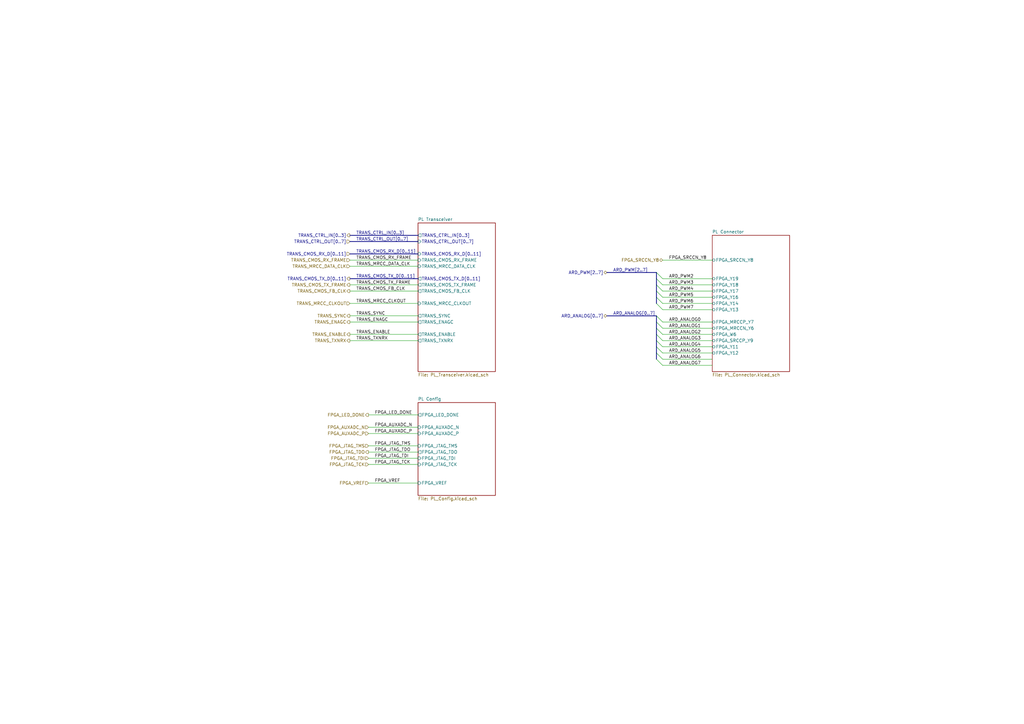
<source format=kicad_sch>
(kicad_sch (version 20220104) (generator eeschema)

  (uuid 5fcfbfc1-70bd-45ef-8b44-c3fdc068ab9c)

  (paper "A3")

  (lib_symbols
  )


  (bus_entry (at 269.24 124.46) (size 2.54 2.54)
    (stroke (width 0) (type default))
    (uuid 06c220a9-5940-4c46-8545-b7e7610991ae)
  )
  (bus_entry (at 269.24 142.24) (size 2.54 2.54)
    (stroke (width 0) (type default))
    (uuid 4400aec4-4447-4581-83ee-15b17c170fef)
  )
  (bus_entry (at 269.24 116.84) (size 2.54 2.54)
    (stroke (width 0) (type default))
    (uuid 597c1f2b-482c-41d3-a42b-c7370b962e19)
  )
  (bus_entry (at 269.24 144.78) (size 2.54 2.54)
    (stroke (width 0) (type default))
    (uuid 5a54b3a6-bffe-421c-b489-8567435ea32e)
  )
  (bus_entry (at 269.24 137.16) (size 2.54 2.54)
    (stroke (width 0) (type default))
    (uuid 7afed31a-2257-4c6d-b196-5755400ba34c)
  )
  (bus_entry (at 269.24 111.76) (size 2.54 2.54)
    (stroke (width 0) (type default))
    (uuid 7f14782e-4649-49c4-870d-0155fa10a4e4)
  )
  (bus_entry (at 269.24 132.08) (size 2.54 2.54)
    (stroke (width 0) (type default))
    (uuid 86e4c358-358f-4f6f-be6b-8dd50ef558f8)
  )
  (bus_entry (at 269.24 147.32) (size 2.54 2.54)
    (stroke (width 0) (type default))
    (uuid 8d0f84b6-ae34-4e19-bb5b-1ae4024ddf3e)
  )
  (bus_entry (at 269.24 114.3) (size 2.54 2.54)
    (stroke (width 0) (type default))
    (uuid 93ccdf28-8a30-48b2-be73-e211ce2afffb)
  )
  (bus_entry (at 269.24 129.54) (size 2.54 2.54)
    (stroke (width 0) (type default))
    (uuid 9b0cbc8d-8396-4982-a895-1db4d5535cc0)
  )
  (bus_entry (at 269.24 121.92) (size 2.54 2.54)
    (stroke (width 0) (type default))
    (uuid 9f283558-8c71-42c7-b048-c3bab0d4d3ec)
  )
  (bus_entry (at 269.24 139.7) (size 2.54 2.54)
    (stroke (width 0) (type default))
    (uuid a631d4f1-9d45-41ea-bb43-b46fe6d2ed15)
  )
  (bus_entry (at 269.24 119.38) (size 2.54 2.54)
    (stroke (width 0) (type default))
    (uuid aacbb712-4dee-44ec-a19f-0c8e1f9d3b02)
  )
  (bus_entry (at 269.24 134.62) (size 2.54 2.54)
    (stroke (width 0) (type default))
    (uuid ba3c24b8-cadf-4171-b5ca-8c2caedd86b5)
  )

  (wire (pts (xy 271.78 124.46) (xy 292.1 124.46))
    (stroke (width 0) (type default))
    (uuid 12bddf2c-daa9-4857-ae86-0c40145d5da5)
  )
  (wire (pts (xy 151.13 182.88) (xy 171.45 182.88))
    (stroke (width 0) (type default))
    (uuid 20b5bab2-6bbe-4db8-bacc-3d9484068214)
  )
  (bus (pts (xy 143.51 114.3) (xy 171.45 114.3))
    (stroke (width 0) (type default))
    (uuid 2785c1bb-825c-488d-af03-7a26d4053705)
  )
  (bus (pts (xy 269.24 119.38) (xy 269.24 116.84))
    (stroke (width 0) (type default))
    (uuid 29eecb91-c029-4765-88ca-1c7b40757531)
  )

  (wire (pts (xy 143.51 139.7) (xy 171.45 139.7))
    (stroke (width 0) (type default))
    (uuid 2d328bb6-f86a-4e6a-b02e-afa6853099a6)
  )
  (bus (pts (xy 269.24 134.62) (xy 269.24 132.08))
    (stroke (width 0) (type default))
    (uuid 31854bf8-8b2e-4f50-9963-0de8d59f84b5)
  )

  (wire (pts (xy 143.51 109.22) (xy 171.45 109.22))
    (stroke (width 0) (type default))
    (uuid 3c53eedd-ee70-4fcd-9955-2db50d5f80ad)
  )
  (wire (pts (xy 151.13 170.18) (xy 171.45 170.18))
    (stroke (width 0) (type default))
    (uuid 3c8d518b-7739-42b6-93ca-96439c8b23e9)
  )
  (wire (pts (xy 271.78 139.7) (xy 292.1 139.7))
    (stroke (width 0) (type default))
    (uuid 3f8b095e-22a7-4775-ac5b-f8c0cec7548a)
  )
  (wire (pts (xy 271.78 149.86) (xy 292.1 149.86))
    (stroke (width 0) (type default))
    (uuid 40f66d88-8331-4a15-a277-30b6ff86e7c9)
  )
  (bus (pts (xy 269.24 137.16) (xy 269.24 134.62))
    (stroke (width 0) (type default))
    (uuid 4431afec-b544-4309-a660-c6764c5d7e57)
  )
  (bus (pts (xy 269.24 139.7) (xy 269.24 137.16))
    (stroke (width 0) (type default))
    (uuid 4848341f-a006-4a7c-a366-614d059bd6c8)
  )
  (bus (pts (xy 269.24 139.7) (xy 269.24 142.24))
    (stroke (width 0) (type default))
    (uuid 4e833e70-d336-4d35-a53d-56f4f1a83ac5)
  )

  (wire (pts (xy 151.13 175.26) (xy 171.45 175.26))
    (stroke (width 0) (type default))
    (uuid 50e3ba53-6819-4b0b-a9e6-65465c230df4)
  )
  (bus (pts (xy 269.24 116.84) (xy 269.24 114.3))
    (stroke (width 0) (type default))
    (uuid 547f0d10-ac1f-4322-a056-19aeebb8e47c)
  )

  (wire (pts (xy 143.51 119.38) (xy 171.45 119.38))
    (stroke (width 0) (type default))
    (uuid 639e9ddd-2e4b-4879-955a-8b95c6f8052f)
  )
  (wire (pts (xy 143.51 129.54) (xy 171.45 129.54))
    (stroke (width 0) (type default))
    (uuid 651a1803-9280-4602-8292-cd764cb7e251)
  )
  (bus (pts (xy 269.24 132.08) (xy 269.24 129.54))
    (stroke (width 0) (type default))
    (uuid 690a7c1d-5015-48a8-84e0-8b5958b34cac)
  )

  (wire (pts (xy 271.78 147.32) (xy 292.1 147.32))
    (stroke (width 0) (type default))
    (uuid 739b6319-968d-4be3-8351-8808a88a4179)
  )
  (wire (pts (xy 271.78 121.92) (xy 292.1 121.92))
    (stroke (width 0) (type default))
    (uuid 740eda83-b1db-4bb6-aec0-2d593581fe36)
  )
  (bus (pts (xy 248.92 129.54) (xy 269.24 129.54))
    (stroke (width 0) (type default))
    (uuid 77de1b0d-14a5-447a-8934-c3aa056e28fa)
  )

  (wire (pts (xy 143.51 124.46) (xy 171.45 124.46))
    (stroke (width 0) (type default))
    (uuid 8496b07e-ec22-4852-94a9-9fda26d263b2)
  )
  (bus (pts (xy 269.24 144.78) (xy 269.24 147.32))
    (stroke (width 0) (type default))
    (uuid 86fa4b54-52fb-449a-a136-d35410b4ea5a)
  )

  (wire (pts (xy 271.78 119.38) (xy 292.1 119.38))
    (stroke (width 0) (type default))
    (uuid 8facb44c-aa5e-4b10-ba0a-0e56fd8f5d79)
  )
  (bus (pts (xy 269.24 114.3) (xy 269.24 111.76))
    (stroke (width 0) (type default))
    (uuid 8ff9337b-00af-419e-b602-8b70f9cc625e)
  )

  (wire (pts (xy 151.13 190.5) (xy 171.45 190.5))
    (stroke (width 0) (type default))
    (uuid 95e0e677-d4ef-405f-af68-c3b556fc99f6)
  )
  (bus (pts (xy 143.51 99.06) (xy 171.45 99.06))
    (stroke (width 0) (type default))
    (uuid 969c539f-158c-4fab-8794-621067005319)
  )

  (wire (pts (xy 143.51 132.08) (xy 171.45 132.08))
    (stroke (width 0) (type default))
    (uuid 987a2528-e5cb-4a13-8c21-78b74800f6b9)
  )
  (wire (pts (xy 271.78 132.08) (xy 292.1 132.08))
    (stroke (width 0) (type default))
    (uuid 9d02e456-b9e0-4b92-a895-f2d6fa11ac94)
  )
  (bus (pts (xy 143.51 96.52) (xy 171.45 96.52))
    (stroke (width 0) (type default))
    (uuid 9ef0e47f-13a9-406b-9882-05860ed3df6e)
  )

  (wire (pts (xy 271.78 137.16) (xy 292.1 137.16))
    (stroke (width 0) (type default))
    (uuid a43eca14-5412-4852-b311-00604990e5a0)
  )
  (wire (pts (xy 151.13 187.96) (xy 171.45 187.96))
    (stroke (width 0) (type default))
    (uuid a6d3192e-9a21-403c-b6bd-24f558196784)
  )
  (wire (pts (xy 151.13 185.42) (xy 171.45 185.42))
    (stroke (width 0) (type default))
    (uuid b007fb04-bc69-485e-8feb-3ea8105fa08d)
  )
  (bus (pts (xy 143.51 104.14) (xy 171.45 104.14))
    (stroke (width 0) (type default))
    (uuid b15e5020-2c89-4da0-82bc-ed26ef03f167)
  )

  (wire (pts (xy 271.78 106.68) (xy 292.1 106.68))
    (stroke (width 0) (type default))
    (uuid b45e83c4-2bb5-46a0-9855-0609e4c12365)
  )
  (bus (pts (xy 269.24 142.24) (xy 269.24 144.78))
    (stroke (width 0) (type default))
    (uuid b793ba7b-8c2f-47a5-a9ce-7f1131fdf752)
  )

  (wire (pts (xy 271.78 116.84) (xy 292.1 116.84))
    (stroke (width 0) (type default))
    (uuid b919ddd8-5968-4325-a6da-8a3fda595f36)
  )
  (wire (pts (xy 271.78 114.3) (xy 292.1 114.3))
    (stroke (width 0) (type default))
    (uuid be5cba4d-864b-4bdf-be88-b13f5c0ada8a)
  )
  (bus (pts (xy 269.24 121.92) (xy 269.24 119.38))
    (stroke (width 0) (type default))
    (uuid bf450590-bc5a-442f-896a-ccd644b4ecd1)
  )
  (bus (pts (xy 248.92 111.76) (xy 269.24 111.76))
    (stroke (width 0) (type default))
    (uuid c4e2d9ab-b1ab-42aa-96da-0a39e4130af7)
  )

  (wire (pts (xy 271.78 127) (xy 292.1 127))
    (stroke (width 0) (type default))
    (uuid ccc00107-5b66-49c0-95c0-7d7b5a497471)
  )
  (bus (pts (xy 269.24 124.46) (xy 269.24 121.92))
    (stroke (width 0) (type default))
    (uuid d10d4644-d627-4281-8514-88945348b11a)
  )

  (wire (pts (xy 271.78 142.24) (xy 292.1 142.24))
    (stroke (width 0) (type default))
    (uuid d2142002-e567-4d6e-9e04-a3ff88d34d92)
  )
  (wire (pts (xy 151.13 177.8) (xy 171.45 177.8))
    (stroke (width 0) (type default))
    (uuid d716604f-d916-4e8d-941c-c6b8072abb23)
  )
  (wire (pts (xy 143.51 116.84) (xy 171.45 116.84))
    (stroke (width 0) (type default))
    (uuid e6883ab8-a8a4-429d-98f9-5873ad563529)
  )
  (wire (pts (xy 143.51 106.68) (xy 171.45 106.68))
    (stroke (width 0) (type default))
    (uuid ea79b30c-cc7a-4b28-85a8-1e58bca1200e)
  )
  (wire (pts (xy 151.13 198.12) (xy 171.45 198.12))
    (stroke (width 0) (type default))
    (uuid ebf13acd-2865-4019-be83-2983a215b26b)
  )
  (wire (pts (xy 143.51 137.16) (xy 171.45 137.16))
    (stroke (width 0) (type default))
    (uuid f062cb27-d5f2-4a4b-965a-70e89fdf93e3)
  )
  (wire (pts (xy 271.78 134.62) (xy 292.1 134.62))
    (stroke (width 0) (type default))
    (uuid fcea91ea-c32b-4954-ac0f-23e2cad1b6a1)
  )
  (wire (pts (xy 271.78 144.78) (xy 292.1 144.78))
    (stroke (width 0) (type default))
    (uuid fedc815a-f7eb-4603-9df6-6b8b76d4fd47)
  )

  (label "FPGA_AUXADC_N" (at 153.67 175.26 0) (fields_autoplaced)
    (effects (font (size 1.27 1.27)) (justify left bottom))
    (uuid 00640859-44ba-47c0-b075-c8a53144b1ec)
  )
  (label "ARD_PWM6" (at 274.32 124.46 0) (fields_autoplaced)
    (effects (font (size 1.27 1.27)) (justify left bottom))
    (uuid 08fd34d9-4c6f-4264-a5da-1cc220d0ec87)
  )
  (label "FPGA_LED_DONE" (at 153.67 170.18 0) (fields_autoplaced)
    (effects (font (size 1.27 1.27)) (justify left bottom))
    (uuid 0f69d16c-5a84-44bb-bdfe-92897eba418f)
  )
  (label "TRANS_CTRL_IN[0..3]" (at 146.05 96.52 0) (fields_autoplaced)
    (effects (font (size 1.27 1.27)) (justify left bottom))
    (uuid 133f90fb-1770-4cd2-912d-cfe66cf3c4fd)
  )
  (label "ARD_ANALOG0" (at 274.32 132.08 0) (fields_autoplaced)
    (effects (font (size 1.27 1.27)) (justify left bottom))
    (uuid 166b20bf-7e15-4a2e-b0d0-6ac5ea7ac23e)
  )
  (label "ARD_ANALOG1" (at 274.32 134.62 0) (fields_autoplaced)
    (effects (font (size 1.27 1.27)) (justify left bottom))
    (uuid 22956ef2-ae80-4880-af19-468cc4b47927)
  )
  (label "ARD_ANALOG2" (at 274.32 137.16 0) (fields_autoplaced)
    (effects (font (size 1.27 1.27)) (justify left bottom))
    (uuid 256f8083-8ed1-4fc1-be85-116e5a879234)
  )
  (label "FPGA_VREF" (at 153.67 198.12 0) (fields_autoplaced)
    (effects (font (size 1.27 1.27)) (justify left bottom))
    (uuid 3d6ff2ee-4f03-4a21-b86f-7609011aa391)
  )
  (label "ARD_ANALOG5" (at 274.32 144.78 0) (fields_autoplaced)
    (effects (font (size 1.27 1.27)) (justify left bottom))
    (uuid 3f6d997f-4b7e-42ce-80ba-7fad1cbd7f38)
  )
  (label "FPGA_JTAG_TMS" (at 153.67 182.88 0) (fields_autoplaced)
    (effects (font (size 1.27 1.27)) (justify left bottom))
    (uuid 3f83b315-f0fe-4328-baee-4d38a2f92e75)
  )
  (label "ARD_ANALOG4" (at 274.32 142.24 0) (fields_autoplaced)
    (effects (font (size 1.27 1.27)) (justify left bottom))
    (uuid 540f0fe9-1dd5-40a5-a8f2-1c547aedac00)
  )
  (label "ARD_ANALOG6" (at 274.32 147.32 0) (fields_autoplaced)
    (effects (font (size 1.27 1.27)) (justify left bottom))
    (uuid 5573d8f1-8a95-4e39-9878-60dfffdd5826)
  )
  (label "FPGA_JTAG_TDI" (at 153.67 187.96 0) (fields_autoplaced)
    (effects (font (size 1.27 1.27)) (justify left bottom))
    (uuid 5920310f-85a8-4a66-aaad-75f5652b5f79)
  )
  (label "TRANS_CMOS_FB_CLK" (at 146.05 119.38 0) (fields_autoplaced)
    (effects (font (size 1.27 1.27)) (justify left bottom))
    (uuid 677dfaef-0101-4e44-9f77-1fe873e5997b)
  )
  (label "TRANS_MRCC_DATA_CLK" (at 146.05 109.22 0) (fields_autoplaced)
    (effects (font (size 1.27 1.27)) (justify left bottom))
    (uuid 6c1ec091-4232-40cc-b37f-afdad59c5abc)
  )
  (label "ARD_PWM3" (at 274.32 116.84 0) (fields_autoplaced)
    (effects (font (size 1.27 1.27)) (justify left bottom))
    (uuid 6d3a5907-6b72-48cf-a024-92222d1b6dad)
  )
  (label "ARD_ANALOG7" (at 274.32 149.86 0) (fields_autoplaced)
    (effects (font (size 1.27 1.27)) (justify left bottom))
    (uuid 6e138bdb-79ff-4707-bb5f-71691c85bc21)
  )
  (label "TRANS_ENAGC" (at 146.05 132.08 0) (fields_autoplaced)
    (effects (font (size 1.27 1.27)) (justify left bottom))
    (uuid 709f7399-f27f-4798-b305-dd51eb64688e)
  )
  (label "TRANS_TXNRX" (at 146.05 139.7 0) (fields_autoplaced)
    (effects (font (size 1.27 1.27)) (justify left bottom))
    (uuid 72db517c-97df-4267-bb3a-dd727c3911d7)
  )
  (label "TRANS_CMOS_RX_FRAME" (at 146.05 106.68 0) (fields_autoplaced)
    (effects (font (size 1.27 1.27)) (justify left bottom))
    (uuid 76bfbb88-f2fb-418c-9e4c-a15eb221e98a)
  )
  (label "TRANS_SYNC" (at 146.05 129.54 0) (fields_autoplaced)
    (effects (font (size 1.27 1.27)) (justify left bottom))
    (uuid 797da881-464d-4cc0-b3da-744d8e6ca3dc)
  )
  (label "ARD_PWM5" (at 274.32 121.92 0) (fields_autoplaced)
    (effects (font (size 1.27 1.27)) (justify left bottom))
    (uuid 79de0364-cc51-4702-9661-a740ef162c31)
  )
  (label "ARD_ANALOG[0..7]" (at 251.46 129.54 0) (fields_autoplaced)
    (effects (font (size 1.27 1.27)) (justify left bottom))
    (uuid 7bba5607-fe59-4bf3-b09a-f328ec335264)
  )
  (label "TRANS_ENABLE" (at 146.05 137.16 0) (fields_autoplaced)
    (effects (font (size 1.27 1.27)) (justify left bottom))
    (uuid 9494626e-bcb0-4d2c-8745-ce37a4c6c778)
  )
  (label "TRANS_MRCC_CLKOUT" (at 146.05 124.46 0) (fields_autoplaced)
    (effects (font (size 1.27 1.27)) (justify left bottom))
    (uuid 9e3df436-e98b-40b5-ad7b-f92227a056dc)
  )
  (label "TRANS_CTRL_OUT[0..7]" (at 146.05 99.06 0) (fields_autoplaced)
    (effects (font (size 1.27 1.27)) (justify left bottom))
    (uuid a5eb970a-a6ff-4bb6-bb38-c095b61a0141)
  )
  (label "FPGA_JTAG_TDO" (at 153.67 185.42 0) (fields_autoplaced)
    (effects (font (size 1.27 1.27)) (justify left bottom))
    (uuid a7e6b34d-3c43-4dc6-89f6-309987df7d60)
  )
  (label "FPGA_JTAG_TCK" (at 153.67 190.5 0) (fields_autoplaced)
    (effects (font (size 1.27 1.27)) (justify left bottom))
    (uuid a9542d0d-3afb-4813-9744-a5173e57ea98)
  )
  (label "TRANS_CMOS_TX_FRAME" (at 146.05 116.84 0) (fields_autoplaced)
    (effects (font (size 1.27 1.27)) (justify left bottom))
    (uuid bd52ea35-ff4c-42c2-b8dd-aeabc15d7512)
  )
  (label "ARD_PWM4" (at 274.32 119.38 0) (fields_autoplaced)
    (effects (font (size 1.27 1.27)) (justify left bottom))
    (uuid c4d4777a-628c-4b15-b7c1-3b5527e55e20)
  )
  (label "TRANS_CMOS_TX_D[0..11]" (at 146.05 114.3 0) (fields_autoplaced)
    (effects (font (size 1.27 1.27)) (justify left bottom))
    (uuid c75ece78-57d8-4f1b-85fa-476e6b2ec6a5)
  )
  (label "TRANS_CMOS_RX_D[0..11]" (at 146.05 104.14 0) (fields_autoplaced)
    (effects (font (size 1.27 1.27)) (justify left bottom))
    (uuid d0897abe-4265-425b-9376-325ec3418b6d)
  )
  (label "FPGA_SRCCN_Y8" (at 274.32 106.68 0) (fields_autoplaced)
    (effects (font (size 1.27 1.27)) (justify left bottom))
    (uuid d57833ed-86b6-4b44-a697-effc3bad8060)
  )
  (label "ARD_PWM[2..7]" (at 251.46 111.76 0) (fields_autoplaced)
    (effects (font (size 1.27 1.27)) (justify left bottom))
    (uuid dc839219-1221-48b0-8de3-3dc5a4b356b3)
  )
  (label "ARD_PWM7" (at 274.32 127 0) (fields_autoplaced)
    (effects (font (size 1.27 1.27)) (justify left bottom))
    (uuid e21f618d-ae5d-44f2-9fcf-b26fd58b97e8)
  )
  (label "ARD_ANALOG3" (at 274.32 139.7 0) (fields_autoplaced)
    (effects (font (size 1.27 1.27)) (justify left bottom))
    (uuid e590ee3f-db89-48d3-8a10-0f29b36d3cf9)
  )
  (label "ARD_PWM2" (at 274.32 114.3 0) (fields_autoplaced)
    (effects (font (size 1.27 1.27)) (justify left bottom))
    (uuid e6dacc50-5229-4e37-bddd-aebebced65d6)
  )
  (label "FPGA_AUXADC_P" (at 153.67 177.8 0) (fields_autoplaced)
    (effects (font (size 1.27 1.27)) (justify left bottom))
    (uuid fb36cf51-1067-4be7-9a23-5f9b8caa7492)
  )

  (hierarchical_label "TRANS_ENAGC" (shape output) (at 143.51 132.08 180) (fields_autoplaced)
    (effects (font (size 1.27 1.27)) (justify right))
    (uuid 19a9d200-6b85-4fe4-a8de-239fc538b092)
  )
  (hierarchical_label "FPGA_LED_DONE" (shape output) (at 151.13 170.18 180) (fields_autoplaced)
    (effects (font (size 1.27 1.27)) (justify right))
    (uuid 1dd3b427-c4e6-41a0-a114-f730fc27e9e5)
  )
  (hierarchical_label "TRANS_MRCC_CLKOUT" (shape input) (at 143.51 124.46 180) (fields_autoplaced)
    (effects (font (size 1.27 1.27)) (justify right))
    (uuid 29c755dc-920f-465a-9e76-d80a3ada4f35)
  )
  (hierarchical_label "TRANS_CMOS_RX_D[0..11]" (shape input) (at 143.51 104.14 180) (fields_autoplaced)
    (effects (font (size 1.27 1.27)) (justify right))
    (uuid 3143aaa0-c557-45e6-b6c6-c97d677596be)
  )
  (hierarchical_label "FPGA_AUXADC_P" (shape input) (at 151.13 177.8 180) (fields_autoplaced)
    (effects (font (size 1.27 1.27)) (justify right))
    (uuid 32175ae5-7a07-4a70-885f-f717d7fa029f)
  )
  (hierarchical_label "FPGA_AUXADC_N" (shape input) (at 151.13 175.26 180) (fields_autoplaced)
    (effects (font (size 1.27 1.27)) (justify right))
    (uuid 33d17dde-9870-4d51-983f-924222ef668f)
  )
  (hierarchical_label "TRANS_CMOS_FB_CLK" (shape output) (at 143.51 119.38 180) (fields_autoplaced)
    (effects (font (size 1.27 1.27)) (justify right))
    (uuid 34d3ec58-b633-4914-9452-a5e1be0f8cdd)
  )
  (hierarchical_label "TRANS_CMOS_RX_FRAME" (shape input) (at 143.51 106.68 180) (fields_autoplaced)
    (effects (font (size 1.27 1.27)) (justify right))
    (uuid 3a8a46ac-29e2-45a2-961d-89b318b3d98d)
  )
  (hierarchical_label "TRANS_ENABLE" (shape output) (at 143.51 137.16 180) (fields_autoplaced)
    (effects (font (size 1.27 1.27)) (justify right))
    (uuid 3f462cd8-f11d-4ceb-8b70-250bc1a90908)
  )
  (hierarchical_label "FPGA_JTAG_TCK" (shape input) (at 151.13 190.5 180) (fields_autoplaced)
    (effects (font (size 1.27 1.27)) (justify right))
    (uuid 46b2ee20-f287-49e6-8e0c-998cfd5b03a5)
  )
  (hierarchical_label "ARD_PWM[2..7]" (shape bidirectional) (at 248.92 111.76 180) (fields_autoplaced)
    (effects (font (size 1.27 1.27)) (justify right))
    (uuid 5286ddfc-e200-4641-b46f-d990c60bd551)
  )
  (hierarchical_label "ARD_ANALOG[0..7]" (shape bidirectional) (at 248.92 129.54 180) (fields_autoplaced)
    (effects (font (size 1.27 1.27)) (justify right))
    (uuid 52df5430-9eea-4667-93d1-771b59b8f02b)
  )
  (hierarchical_label "FPGA_VREF" (shape input) (at 151.13 198.12 180) (fields_autoplaced)
    (effects (font (size 1.27 1.27)) (justify right))
    (uuid 5c4a8382-aab7-4477-aa4a-1ed3d38beabd)
  )
  (hierarchical_label "FPGA_JTAG_TMS" (shape input) (at 151.13 182.88 180) (fields_autoplaced)
    (effects (font (size 1.27 1.27)) (justify right))
    (uuid 634da181-7a11-4d24-be05-a5593db3d11d)
  )
  (hierarchical_label "FPGA_SRCCN_Y8" (shape bidirectional) (at 271.78 106.68 180) (fields_autoplaced)
    (effects (font (size 1.27 1.27)) (justify right))
    (uuid 68eb1a24-44eb-4c83-b687-c5b70a6337f9)
  )
  (hierarchical_label "TRANS_SYNC" (shape output) (at 143.51 129.54 180) (fields_autoplaced)
    (effects (font (size 1.27 1.27)) (justify right))
    (uuid 6cdf8707-2bfe-43ff-a97b-ea55d08b6e6e)
  )
  (hierarchical_label "TRANS_CMOS_TX_D[0..11]" (shape output) (at 143.51 114.3 180) (fields_autoplaced)
    (effects (font (size 1.27 1.27)) (justify right))
    (uuid 79ba64c8-646a-4c72-9a4d-f9b5fb64969b)
  )
  (hierarchical_label "TRANS_CTRL_IN[0..3]" (shape output) (at 143.51 96.52 180) (fields_autoplaced)
    (effects (font (size 1.27 1.27)) (justify right))
    (uuid a340df94-0b1c-411c-9cbb-298b0781c8ef)
  )
  (hierarchical_label "TRANS_TXNRX" (shape output) (at 143.51 139.7 180) (fields_autoplaced)
    (effects (font (size 1.27 1.27)) (justify right))
    (uuid ca751109-e6ec-4b48-927a-52d333df1a38)
  )
  (hierarchical_label "TRANS_CMOS_TX_FRAME" (shape output) (at 143.51 116.84 180) (fields_autoplaced)
    (effects (font (size 1.27 1.27)) (justify right))
    (uuid d0086482-5aff-40fb-9745-b15ed006ae40)
  )
  (hierarchical_label "FPGA_JTAG_TDO" (shape output) (at 151.13 185.42 180) (fields_autoplaced)
    (effects (font (size 1.27 1.27)) (justify right))
    (uuid da27fb91-884f-45b0-b9c1-e3140558fb5e)
  )
  (hierarchical_label "TRANS_MRCC_DATA_CLK" (shape input) (at 143.51 109.22 180) (fields_autoplaced)
    (effects (font (size 1.27 1.27)) (justify right))
    (uuid dc681a8b-c56a-4cd8-b575-d766abc4694a)
  )
  (hierarchical_label "TRANS_CTRL_OUT[0..7]" (shape input) (at 143.51 99.06 180) (fields_autoplaced)
    (effects (font (size 1.27 1.27)) (justify right))
    (uuid f0a5224a-a362-46a9-8d92-a8f6060a11f2)
  )
  (hierarchical_label "FPGA_JTAG_TDI" (shape input) (at 151.13 187.96 180) (fields_autoplaced)
    (effects (font (size 1.27 1.27)) (justify right))
    (uuid f9fc7f8b-7e81-4f62-b518-f05cb03156a8)
  )

  (sheet (at 171.45 165.1) (size 31.75 38.1) (fields_autoplaced)
    (stroke (width 0.1524) (type solid))
    (fill (color 0 0 0 0.0000))
    (uuid 3874c7a5-e2bb-45d7-9a24-d65977e62125)
    (property "Sheetname" "PL Config" (id 0) (at 171.45 164.3884 0)
      (effects (font (size 1.27 1.27)) (justify left bottom))
    )
    (property "Sheetfile" "PL_Config.kicad_sch" (id 1) (at 171.45 203.7846 0)
      (effects (font (size 1.27 1.27)) (justify left top))
    )
    (pin "FPGA_VREF" input (at 171.45 198.12 180)
      (effects (font (size 1.27 1.27)) (justify left))
      (uuid e9e85bf3-bffa-4785-a8c2-728742a0f698)
    )
    (pin "FPGA_JTAG_TCK" input (at 171.45 190.5 180)
      (effects (font (size 1.27 1.27)) (justify left))
      (uuid b2a0e20a-f29e-4074-8a25-afafa6f9995c)
    )
    (pin "FPGA_JTAG_TDI" input (at 171.45 187.96 180)
      (effects (font (size 1.27 1.27)) (justify left))
      (uuid 52e7fc50-92b5-4313-a417-afc3d64ce55d)
    )
    (pin "FPGA_JTAG_TDO" output (at 171.45 185.42 180)
      (effects (font (size 1.27 1.27)) (justify left))
      (uuid a41aab66-1f77-4751-a630-2b7da50c8b1b)
    )
    (pin "FPGA_JTAG_TMS" input (at 171.45 182.88 180)
      (effects (font (size 1.27 1.27)) (justify left))
      (uuid 6ffd48b7-dedd-4963-a37d-ca28d4f827b3)
    )
    (pin "FPGA_AUXADC_P" input (at 171.45 177.8 180)
      (effects (font (size 1.27 1.27)) (justify left))
      (uuid 17991399-6e4c-4612-8497-f5d4c7992200)
    )
    (pin "FPGA_AUXADC_N" input (at 171.45 175.26 180)
      (effects (font (size 1.27 1.27)) (justify left))
      (uuid bfcdb47c-dd19-4a95-86c4-e5b0ffd29fe9)
    )
    (pin "FPGA_LED_DONE" output (at 171.45 170.18 180)
      (effects (font (size 1.27 1.27)) (justify left))
      (uuid a01ac8f5-af21-4191-8d00-722075692793)
    )
  )

  (sheet (at 171.45 91.44) (size 31.75 60.96) (fields_autoplaced)
    (stroke (width 0.1524) (type solid))
    (fill (color 0 0 0 0.0000))
    (uuid 54e6a0a5-865c-46d2-b731-112c43c9b63c)
    (property "Sheetname" "PL Transceiver" (id 0) (at 171.45 90.7284 0)
      (effects (font (size 1.27 1.27)) (justify left bottom))
    )
    (property "Sheetfile" "PL_Transceiver.kicad_sch" (id 1) (at 171.45 152.9846 0)
      (effects (font (size 1.27 1.27)) (justify left top))
    )
    (pin "TRANS_CTRL_IN[0..3]" output (at 171.45 96.52 180)
      (effects (font (size 1.27 1.27)) (justify left))
      (uuid 9f4904a4-7d79-4355-b9ec-9a3cf0ea914d)
    )
    (pin "TRANS_CTRL_OUT[0..7]" input (at 171.45 99.06 180)
      (effects (font (size 1.27 1.27)) (justify left))
      (uuid 7a07a127-b62b-4f61-bb0d-349b20b36773)
    )
    (pin "TRANS_CMOS_RX_FRAME" input (at 171.45 106.68 180)
      (effects (font (size 1.27 1.27)) (justify left))
      (uuid 9e35ac1b-301e-42bd-a58a-3320e6585394)
    )
    (pin "TRANS_CMOS_TX_D[0..11]" output (at 171.45 114.3 180)
      (effects (font (size 1.27 1.27)) (justify left))
      (uuid 74d531ea-45d7-4020-9148-7086e6f19b0b)
    )
    (pin "TRANS_MRCC_DATA_CLK" input (at 171.45 109.22 180)
      (effects (font (size 1.27 1.27)) (justify left))
      (uuid a9c25add-ee58-43fa-8369-2f0e666c7c3a)
    )
    (pin "TRANS_CMOS_RX_D[0..11]" input (at 171.45 104.14 180)
      (effects (font (size 1.27 1.27)) (justify left))
      (uuid 75714da3-bd68-4a23-9673-a7750ccdce7e)
    )
    (pin "TRANS_CMOS_TX_FRAME" output (at 171.45 116.84 180)
      (effects (font (size 1.27 1.27)) (justify left))
      (uuid 94a21a1b-44eb-4b22-a458-a7ef70f24ff7)
    )
    (pin "TRANS_CMOS_FB_CLK" output (at 171.45 119.38 180)
      (effects (font (size 1.27 1.27)) (justify left))
      (uuid e85b098a-414e-47a3-88a7-fb9a7feb96f1)
    )
    (pin "TRANS_MRCC_CLKOUT" input (at 171.45 124.46 180)
      (effects (font (size 1.27 1.27)) (justify left))
      (uuid 5a6271c0-61e5-42f6-9658-2c7f06661e2e)
    )
    (pin "TRANS_SYNC" output (at 171.45 129.54 180)
      (effects (font (size 1.27 1.27)) (justify left))
      (uuid 86873f23-029e-4c97-9c57-04f46e7cafa9)
    )
    (pin "TRANS_ENAGC" output (at 171.45 132.08 180)
      (effects (font (size 1.27 1.27)) (justify left))
      (uuid 7d54eb0a-1e42-419c-aaf0-4cc78742d135)
    )
    (pin "TRANS_ENABLE" output (at 171.45 137.16 180)
      (effects (font (size 1.27 1.27)) (justify left))
      (uuid 48d48a72-46ce-4622-9ccf-f37e34be4ad4)
    )
    (pin "TRANS_TXNRX" output (at 171.45 139.7 180)
      (effects (font (size 1.27 1.27)) (justify left))
      (uuid 4953b1a3-81f3-4647-aadb-3d3f3d80a150)
    )
  )

  (sheet (at 292.1 96.52) (size 31.75 55.88) (fields_autoplaced)
    (stroke (width 0.1524) (type solid))
    (fill (color 0 0 0 0.0000))
    (uuid 636a232a-9136-4ad1-9fb3-d6151f775c91)
    (property "Sheetname" "PL Connector" (id 0) (at 292.1 95.8084 0)
      (effects (font (size 1.27 1.27)) (justify left bottom))
    )
    (property "Sheetfile" "PL_Connector.kicad_sch" (id 1) (at 292.1 152.9846 0)
      (effects (font (size 1.27 1.27)) (justify left top))
    )
    (pin "FPGA_MRCCP_Y7" bidirectional (at 292.1 132.08 180)
      (effects (font (size 1.27 1.27)) (justify left))
      (uuid d41d0776-2147-41d7-985b-2fc6055156c7)
    )
    (pin "FPGA_Y12" bidirectional (at 292.1 144.78 180)
      (effects (font (size 1.27 1.27)) (justify left))
      (uuid 4afd563f-a737-4308-bdf6-8e4649345c6b)
    )
    (pin "FPGA_MRCCN_Y6" bidirectional (at 292.1 134.62 180)
      (effects (font (size 1.27 1.27)) (justify left))
      (uuid 15c8cf7a-0d2c-4cc3-8178-19e16ec564e6)
    )
    (pin "FPGA_SRCCP_Y9" bidirectional (at 292.1 139.7 180)
      (effects (font (size 1.27 1.27)) (justify left))
      (uuid a86f9ead-2b77-41eb-89d4-bab256328cd1)
    )
    (pin "FPGA_W6" bidirectional (at 292.1 137.16 180)
      (effects (font (size 1.27 1.27)) (justify left))
      (uuid 58b9354d-fdf7-4e12-9529-6bdeeb8f8e31)
    )
    (pin "FPGA_Y11" bidirectional (at 292.1 142.24 180)
      (effects (font (size 1.27 1.27)) (justify left))
      (uuid 340405b6-3a72-4c4d-8f32-e45fdb7ebecc)
    )
    (pin "FPGA_SRCCN_Y8" bidirectional (at 292.1 106.68 180)
      (effects (font (size 1.27 1.27)) (justify left))
      (uuid a175c9ca-6ebd-4a70-94df-7eebb5f848c3)
    )
    (pin "FPGA_Y14" bidirectional (at 292.1 124.46 180)
      (effects (font (size 1.27 1.27)) (justify left))
      (uuid 8f4a3316-3dad-463f-af7b-99cd62b820a0)
    )
    (pin "FPGA_Y17" bidirectional (at 292.1 119.38 180)
      (effects (font (size 1.27 1.27)) (justify left))
      (uuid d3e7ec7a-c5b0-4bc3-8daa-ab03ae1aa5f8)
    )
    (pin "FPGA_Y19" bidirectional (at 292.1 114.3 180)
      (effects (font (size 1.27 1.27)) (justify left))
      (uuid 5da703f7-b8cd-4bb2-a9a1-cd68419ec547)
    )
    (pin "FPGA_Y18" bidirectional (at 292.1 116.84 180)
      (effects (font (size 1.27 1.27)) (justify left))
      (uuid d51359f2-313e-4754-8acc-7270c55c437b)
    )
    (pin "FPGA_Y16" bidirectional (at 292.1 121.92 180)
      (effects (font (size 1.27 1.27)) (justify left))
      (uuid 48259759-4694-4b6a-8863-632247e2b5ff)
    )
    (pin "FPGA_Y13" bidirectional (at 292.1 127 180)
      (effects (font (size 1.27 1.27)) (justify left))
      (uuid 426d7efc-8878-4bab-9e77-8011f522e517)
    )
  )
)

</source>
